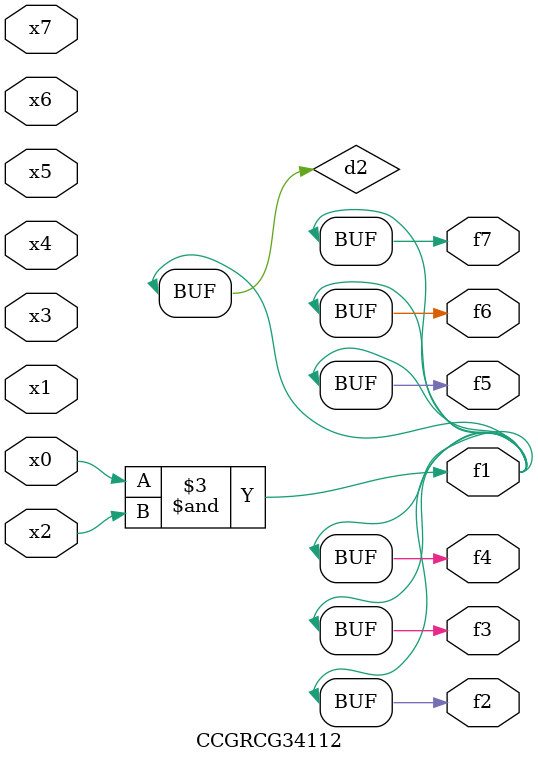
<source format=v>
module CCGRCG34112(
	input x0, x1, x2, x3, x4, x5, x6, x7,
	output f1, f2, f3, f4, f5, f6, f7
);

	wire d1, d2;

	nor (d1, x3, x6);
	and (d2, x0, x2);
	assign f1 = d2;
	assign f2 = d2;
	assign f3 = d2;
	assign f4 = d2;
	assign f5 = d2;
	assign f6 = d2;
	assign f7 = d2;
endmodule

</source>
